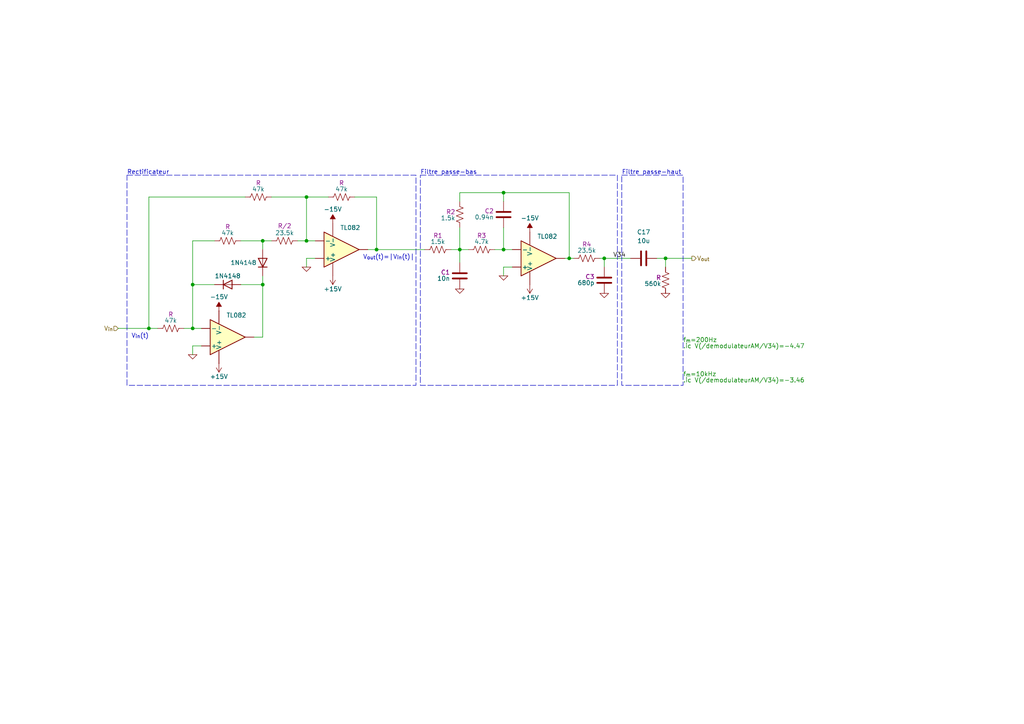
<source format=kicad_sch>
(kicad_sch (version 20250114) (generator "eeschema") (generator_version "9.0")
  (paper "A4")
  (title_block (title "Démodulateur AM"))
  (lib_symbols
    (symbol "Device:C" (pin_numbers (hide yes)) (pin_names (offset 0.254))
      (property "Reference" "C" (at 0.635 2.54 0))
      (property "Value" "C" (at 0.635 -2.54 0))
      (symbol "C_0_1"
        (polyline (pts (xy -2.032 0.762) (xy 2.032 0.762)) (stroke (width 0.508)))
        (polyline (pts (xy -2.032 -0.762) (xy 2.032 -0.762)) (stroke (width 0.508)))
      )
      (symbol "C_1_1"
        (pin passive line (at 0 3.81 270) (length 2.794) (name "~") (number "1"))
        (pin passive line (at 0 -3.81 90) (length 2.794) (name "~") (number "2"))
      )
    )
    (symbol "Device:D" (pin_numbers (hide yes)) (pin_names (offset 1.016) (hide yes))
      (property "Reference" "D" (at 0 2.54 0))
      (property "Value" "D" (at 0 -2.54 0))
      (symbol "D_0_1"
        (polyline (pts (xy -1.27 1.27) (xy -1.27 -1.27)) (stroke (width 0.254)))
        (polyline (pts (xy 1.27 1.27) (xy 1.27 -1.27) (xy -1.27 0) (xy 1.27 1.27)) (stroke (width 0.254)))
        (polyline (pts (xy 1.27 0) (xy -1.27 0)))
      )
      (symbol "D_1_1"
        (pin passive line (at -3.81 0 0) (length 2.54) (name "K") (number "1"))
        (pin passive line (at 3.81 0 180) (length 2.54) (name "A") (number "2"))
      )
    )
    (symbol "Device:R_US" (pin_numbers (hide yes)) (pin_names (offset 0))
      (property "Reference" "R" (at 2.54 0 90))
      (property "Value" "R_US" (at -2.54 0 90))
      (symbol "R_US_0_1"
        (polyline (pts (xy 0 2.286) (xy 0 2.54)))
        (polyline (pts (xy 0 2.286) (xy 1.016 1.905) (xy 0 1.524) (xy -1.016 1.143) (xy 0 0.762)))
        (polyline (pts (xy 0 0.762) (xy 1.016 0.381) (xy 0 0) (xy -1.016 -0.381) (xy 0 -0.762)))
        (polyline (pts (xy 0 -0.762) (xy 1.016 -1.143) (xy 0 -1.524) (xy -1.016 -1.905) (xy 0 -2.286)))
        (polyline (pts (xy 0 -2.286) (xy 0 -2.54)))
      )
      (symbol "R_US_1_1"
        (pin passive line (at 0 3.81 270) (length 1.27) (name "~") (number "1"))
        (pin passive line (at 0 -3.81 90) (length 1.27) (name "~") (number "2"))
      )
    )
    (symbol "OPAMP_1" (pin_numbers (hide yes)) (pin_names (offset 0.254))
      (property "Reference" "U" (at 3.81 3.175 0))
      (property "Value" "${SIM.PARAMS}" (at 3.81 -3.175 0))
      (symbol "OPAMP_1_0_1"
        (polyline (pts (xy 5.08 0) (xy -5.08 5.08) (xy -5.08 -5.08) (xy 5.08 0)) (stroke (width 0.254)) (fill (type background)))
      )
      (symbol "OPAMP_1_1_1"
        (pin input line (at -7.62 2.54 0) (length 2.54) (name "+") (number "1"))
        (pin input line (at -7.62 -2.54 0) (length 2.54) (name "-") (number "2"))
        (pin power_in line (at -2.54 7.62 270) (length 3.81) (name "V+") (number "3"))
        (pin power_in line (at -2.54 -7.62 90) (length 3.81) (name "V-") (number "4"))
        (pin output line (at 7.62 0 180) (length 2.54) (name "~") (number "5"))
      )
    )
    (symbol "OPAMP_2" (pin_numbers (hide yes)) (pin_names (offset 0.254))
      (property "Reference" "U" (at 3.81 3.175 0))
      (property "Value" "${SIM.PARAMS}" (at 3.81 -3.175 0))
      (symbol "OPAMP_2_0_1"
        (polyline (pts (xy 5.08 0) (xy -5.08 5.08) (xy -5.08 -5.08) (xy 5.08 0)) (stroke (width 0.254)) (fill (type background)))
      )
      (symbol "OPAMP_2_1_1"
        (pin input line (at -7.62 2.54 0) (length 2.54) (name "+") (number "1"))
        (pin input line (at -7.62 -2.54 0) (length 2.54) (name "-") (number "2"))
        (pin power_in line (at -2.54 7.62 270) (length 3.81) (name "V+") (number "3"))
        (pin power_in line (at -2.54 -7.62 90) (length 3.81) (name "V-") (number "4"))
        (pin output line (at 7.62 0 180) (length 2.54) (name "~") (number "5"))
      )
    )
    (symbol "Simulation_SPICE:0" (power) (pin_numbers (hide yes)) (pin_names (offset 0) (hide yes))
      (property "Value" "0" (at 0 -2.54 0))
      (symbol "0_0_1"
        (polyline (pts (xy -1.27 0) (xy 0 -1.27) (xy 1.27 0) (xy -1.27 0)))
      )
      (symbol "0_1_1"
        (pin power_in line (at 0 0 0) (length 0) (name "~") (number "1"))
      )
    )
    (symbol "Simulation_SPICE:OPAMP" (pin_numbers (hide yes)) (pin_names (offset 0.254))
      (property "Reference" "U" (at 3.81 3.175 0))
      (property "Value" "${SIM.PARAMS}" (at 3.81 -3.175 0))
      (symbol "OPAMP_0_1"
        (polyline (pts (xy 5.08 0) (xy -5.08 5.08) (xy -5.08 -5.08) (xy 5.08 0)) (stroke (width 0.254)) (fill (type background)))
      )
      (symbol "OPAMP_1_1"
        (pin input line (at -7.62 2.54 0) (length 2.54) (name "+") (number "1"))
        (pin input line (at -7.62 -2.54 0) (length 2.54) (name "-") (number "2"))
        (pin power_in line (at -2.54 7.62 270) (length 3.81) (name "V+") (number "3"))
        (pin power_in line (at -2.54 -7.62 90) (length 3.81) (name "V-") (number "4"))
        (pin output line (at 7.62 0 180) (length 2.54) (name "~") (number "5"))
      )
    )
    (symbol "power:+15V" (power) (pin_numbers (hide yes)) (pin_names (offset 0) (hide yes))
      (property "Value" "+15V" (at 0 3.556 0))
      (symbol "+15V_0_1"
        (polyline (pts (xy -0.762 1.27) (xy 0 2.54)))
        (polyline (pts (xy 0 2.54) (xy 0.762 1.27)))
        (polyline (pts (xy 0 0) (xy 0 2.54)))
      )
      (symbol "+15V_1_1"
        (pin power_in line (at 0 0 90) (length 0) (name "~") (number "1"))
      )
    )
    (symbol "power:-15V" (power) (pin_numbers (hide yes)) (pin_names (offset 0) (hide yes))
      (property "Value" "-15V" (at 0 3.556 0))
      (symbol "-15V_0_0"
        (pin power_in line (at 0 0 90) (length 0) (name "~") (number "1"))
      )
      (symbol "-15V_0_1"
        (polyline (pts (xy 0 0) (xy 0 1.27) (xy 0.762 1.27) (xy 0 2.54) (xy -0.762 1.27) (xy 0 1.27)) (fill (type outline)))
      )
    )
  )
  (rectangle (start 121.92 50.8) (end 179.07 111.76) (stroke (width 0) (type dash)))
  (rectangle (start 180.34 50.8) (end 198.12 111.76) (stroke (width 0) (type dash)))
  (rectangle (start 36.83 50.8) (end 120.65 111.76) (stroke (width 0) (type dash)))
  (text ".ic V(/demodulateurAM/V34)=-4.47" (exclude_from_sim yes) (at 198.12 100.584 0) (effects (font (size 1.27 1.27)) (justify left)))
  (text "Filtre passe-haut" (at 180.34 50.8 0) (effects (font (size 1.27 1.27)) (justify left bottom)))
  (text "V_{out}(t)=|V_{in}(t)|" (at 112.776 74.676 0) (effects (font (size 1.27 1.27))))
  (text "Filtre passe-bas" (at 121.92 50.8 0) (effects (font (size 1.27 1.27)) (justify left bottom)))
  (text ".ic V(/demodulateurAM/V34)=-3.46" (exclude_from_sim yes) (at 198.12 110.49 0) (effects (font (size 1.27 1.27)) (justify left)))
  (text "f_{m}=200Hz" (exclude_from_sim yes) (at 198.12 98.806 0) (effects (font (size 1.27 1.27)) (justify left)))
  (text "Rectificateur" (at 36.83 50.8 0) (effects (font (size 1.27 1.27)) (justify left bottom)))
  (text "f_{m}=10kHz" (exclude_from_sim yes) (at 198.12 108.712 0) (effects (font (size 1.27 1.27)) (justify left)))
  (text "V_{in}(t)" (at 40.64 97.536 0) (effects (font (size 1.27 1.27))))
  (junction (at 55.88 95.25))
  (junction (at 146.05 72.39))
  (junction (at 76.2 82.55))
  (junction (at 109.22 72.39))
  (junction (at 133.35 72.39))
  (junction (at 43.18 95.25))
  (junction (at 76.2 69.85))
  (junction (at 88.9 57.15))
  (junction (at 193.04 74.93))
  (junction (at 55.88 82.55))
  (junction (at 146.05 55.88))
  (junction (at 165.1 74.93))
  (junction (at 175.26 74.93))
  (junction (at 88.9 69.85))
  (wire (pts (xy 53.34 95.25) (xy 55.88 95.25)))
  (wire (pts (xy 88.9 57.15) (xy 88.9 69.85)))
  (wire (pts (xy 163.83 74.93) (xy 165.1 74.93)))
  (wire (pts (xy 55.88 69.85) (xy 55.88 82.55)))
  (wire (pts (xy 146.05 72.39) (xy 148.59 72.39)))
  (wire (pts (xy 165.1 55.88) (xy 165.1 74.93)))
  (wire (pts (xy 133.35 72.39) (xy 133.35 76.2)))
  (wire (pts (xy 88.9 57.15) (xy 95.25 57.15)))
  (wire (pts (xy 76.2 82.55) (xy 76.2 97.79)))
  (wire (pts (xy 133.35 55.88) (xy 146.05 55.88)))
  (wire (pts (xy 146.05 55.88) (xy 165.1 55.88)))
  (wire (pts (xy 109.22 72.39) (xy 109.22 57.15)))
  (wire (pts (xy 146.05 55.88) (xy 146.05 58.42)))
  (wire (pts (xy 91.44 69.85) (xy 88.9 69.85)))
  (wire (pts (xy 78.74 57.15) (xy 88.9 57.15)))
  (wire (pts (xy 106.68 72.39) (xy 109.22 72.39)))
  (wire (pts (xy 76.2 80.01) (xy 76.2 82.55)))
  (wire (pts (xy 135.89 72.39) (xy 133.35 72.39)))
  (wire (pts (xy 109.22 72.39) (xy 123.19 72.39)))
  (wire (pts (xy 58.42 95.25) (xy 55.88 95.25)))
  (wire (pts (xy 109.22 57.15) (xy 102.87 57.15)))
  (wire (pts (xy 76.2 69.85) (xy 78.74 69.85)))
  (wire (pts (xy 193.04 74.93) (xy 193.04 77.47)))
  (wire (pts (xy 69.85 82.55) (xy 76.2 82.55)))
  (wire (pts (xy 146.05 77.47) (xy 146.05 80.01)))
  (wire (pts (xy 165.1 74.93) (xy 166.37 74.93)))
  (wire (pts (xy 148.59 77.47) (xy 146.05 77.47)))
  (wire (pts (xy 133.35 72.39) (xy 130.81 72.39)))
  (wire (pts (xy 69.85 69.85) (xy 76.2 69.85)))
  (wire (pts (xy 73.66 97.79) (xy 76.2 97.79)))
  (wire (pts (xy 55.88 82.55) (xy 55.88 95.25)))
  (wire (pts (xy 190.5 74.93) (xy 193.04 74.93)))
  (wire (pts (xy 133.35 72.39) (xy 133.35 66.04)))
  (wire (pts (xy 200.66 74.93) (xy 193.04 74.93)))
  (wire (pts (xy 91.44 74.93) (xy 88.9 74.93)))
  (wire (pts (xy 45.72 95.25) (xy 43.18 95.25)))
  (wire (pts (xy 55.88 100.33) (xy 55.88 102.87)))
  (wire (pts (xy 76.2 69.85) (xy 76.2 72.39)))
  (wire (pts (xy 71.12 57.15) (xy 43.18 57.15)))
  (wire (pts (xy 175.26 74.93) (xy 182.88 74.93)))
  (wire (pts (xy 58.42 100.33) (xy 55.88 100.33)))
  (wire (pts (xy 133.35 58.42) (xy 133.35 55.88)))
  (wire (pts (xy 86.36 69.85) (xy 88.9 69.85)))
  (wire (pts (xy 62.23 69.85) (xy 55.88 69.85)))
  (wire (pts (xy 43.18 57.15) (xy 43.18 95.25)))
  (wire (pts (xy 143.51 72.39) (xy 146.05 72.39)))
  (wire (pts (xy 55.88 82.55) (xy 62.23 82.55)))
  (wire (pts (xy 146.05 66.04) (xy 146.05 72.39)))
  (wire (pts (xy 173.99 74.93) (xy 175.26 74.93)))
  (wire (pts (xy 175.26 74.93) (xy 175.26 77.47)))
  (wire (pts (xy 88.9 74.93) (xy 88.9 77.47)))
  (wire (pts (xy 34.29 95.25) (xy 43.18 95.25)))
  (label "V34" (at 177.8 74.93 0))
  (hierarchical_label "V_{in}" (shape input) (at 34.29 95.25 180))
  (hierarchical_label "V_{out}" (shape output) (at 200.66 74.93 0))
  (symbol (lib_id "Simulation_SPICE:0") (at 133.35 83.82 0) (unit 1)
    (property "Reference" "#GND020" (effects (hide yes)))
    (property "Value" "0" (effects (hide yes)))
    (property "Datasheet" "https://ngspice.sourceforge.io/docs/ngspice-html-manual/manual.xhtml#subsec_Circuit_elements__device" (effects (hide yes)))
    (property "Description" "0V reference potential for simulation" (effects (hide yes)))
  )
  (symbol (lib_id "Simulation_SPICE:0") (at 146.05 80.01 0) (unit 1)
    (property "Reference" "#GND031" (effects (hide yes)))
    (property "Value" "0" (effects (hide yes)))
    (property "Datasheet" "https://ngspice.sourceforge.io/docs/ngspice-html-manual/manual.xhtml#subsec_Circuit_elements__device" (effects (hide yes)))
    (property "Description" "0V reference potential for simulation" (effects (hide yes)))
  )
  (symbol (lib_id "Device:R_US") (at 127 72.39 90) (unit 1)
    (property "Reference" "R29" (effects (hide yes)))
    (property "Value" "1.5k" (at 127 70.104 90))
    (property "Description" "Resistor, US symbol" (effects (hide yes)))
    (property "Ref.Alt" "R1" (at 127 68.326 90))
  )
  (symbol (lib_id "Device:R_US") (at 49.53 95.25 90) (unit 1)
    (property "Reference" "R24" (effects (hide yes)))
    (property "Value" "47k" (at 49.53 92.964 90))
    (property "Description" "Resistor, US symbol" (effects (hide yes)))
    (property "Ref.Alt" "R" (at 49.53 91.186 90))
  )
  (symbol (lib_id "Device:R_US") (at 193.04 81.28 180) (unit 1)
    (property "Reference" "R49" (effects (hide yes)))
    (property "Value" "560k" (at 191.77 82.296 0) (effects (justify left)))
    (property "Description" "Resistor, US symbol" (effects (hide yes)))
    (property "Ref.Alt" "R" (at 191.77 80.518 0) (effects (justify left)))
  )
  (symbol (lib_id "Device:R_US") (at 66.04 69.85 90) (unit 1)
    (property "Reference" "R25" (effects (hide yes)))
    (property "Value" "47k" (at 66.04 67.564 90))
    (property "Description" "Resistor, US symbol" (effects (hide yes)))
    (property "Ref.Alt" "R" (at 66.04 65.786 90))
  )
  (symbol (lib_id "power:+15V") (at 153.67 82.55 180) (unit 1)
    (property "Reference" "#PWR030" (effects (hide yes)))
    (property "Value" "+15V" (at 153.67 86.36 0))
    (property "Description" "Power symbol creates a global label with name \"+15V\"" (effects (hide yes)))
  )
  (symbol (lib_id "Device:D") (at 76.2 76.2 90) (unit 1)
    (property "Reference" "D2" (effects (hide yes)))
    (property "Value" "1N4148" (at 74.422 76.2 90) (effects (justify left)))
    (property "Description" "Diode" (effects (hide yes)))
    (property "Sim.Library" "1N4148.mod" (effects (hide yes)))
    (property "Sim.Device" "D" (effects (hide yes)))
    (property "Sim.Pins" "1=K 2=A" (effects (hide yes)))
    (property "Sim.Name" "D1N4148" (effects (hide yes)))
  )
  (symbol (lib_id "Device:D") (at 66.04 82.55 0) (unit 1)
    (property "Reference" "D1" (effects (hide yes)))
    (property "Value" "1N4148" (at 66.04 80.772 0) (effects (justify bottom)))
    (property "Description" "Diode" (effects (hide yes)))
    (property "Sim.Library" "1N4148.mod" (effects (hide yes)))
    (property "Sim.Device" "D" (effects (hide yes)))
    (property "Sim.Pins" "1=K 2=A" (effects (hide yes)))
    (property "Sim.Name" "D1N4148" (effects (hide yes)))
  )
  (symbol (lib_id "Device:R_US") (at 139.7 72.39 90) (unit 1)
    (property "Reference" "R30" (effects (hide yes)))
    (property "Value" "4.7k" (at 139.7 70.104 90))
    (property "Description" "Resistor, US symbol" (effects (hide yes)))
    (property "Ref.Alt" "R3" (at 139.7 68.326 90))
  )
  (symbol (lib_id "Device:R_US") (at 82.55 69.85 90) (unit 1)
    (property "Reference" "R27" (effects (hide yes)))
    (property "Value" "23.5k" (at 82.55 67.564 90))
    (property "Description" "Resistor, US symbol" (effects (hide yes)))
    (property "Ref.Alt" "R/2" (at 82.55 65.532 90))
  )
  (symbol (lib_id "power:+15V") (at 96.52 80.01 180) (unit 1)
    (property "Reference" "#PWR029" (effects (hide yes)))
    (property "Value" "+15V" (at 96.52 83.82 0))
    (property "Description" "Power symbol creates a global label with name \"+15V\"" (effects (hide yes)))
  )
  (symbol (lib_id "Device:R_US") (at 99.06 57.15 90) (unit 1)
    (property "Reference" "R28" (effects (hide yes)))
    (property "Value" "47k" (at 99.06 54.864 90))
    (property "Description" "Resistor, US symbol" (effects (hide yes)))
    (property "Ref.Alt" "R" (at 99.06 53.086 90))
  )
  (symbol (lib_id "Device:R_US") (at 133.35 62.23 180) (unit 1)
    (property "Reference" "R47" (effects (hide yes)))
    (property "Value" "1.5k" (at 132.08 63.246 0) (effects (justify left)))
    (property "Description" "Resistor, US symbol" (effects (hide yes)))
    (property "Ref.Alt" "R2" (at 132.08 61.468 0) (effects (justify left)))
  )
  (symbol (lib_name "OPAMP_1") (lib_id "Simulation_SPICE:OPAMP") (at 156.21 74.93 0) (mirror x) (unit 1)
    (property "Reference" "U14" (effects (hide yes)))
    (property "Value" "TL082" (at 155.8133 68.58 0) (effects (justify left)))
    (property "Datasheet" "https://ngspice.sourceforge.io/docs/ngspice-html-manual/manual.xhtml#sec__SUBCKT_Subcircuits" (effects (hide yes)))
    (property "Description" "Operational amplifier, single" (effects (hide yes)))
    (property "Sim.Pins" "1=1 2=2 3=3 4=4 5=5" (effects (hide yes)))
    (property "Sim.Device" "SUBCKT" (effects (hide yes)))
    (property "Sim.Library" "TL082.MOD" (effects (hide yes)))
    (property "Sim.Name" "TL082" (effects (hide yes)))
  )
  (symbol (lib_id "Simulation_SPICE:0") (at 193.04 85.09 0) (unit 1)
    (property "Reference" "#GND033" (effects (hide yes)))
    (property "Value" "0" (effects (hide yes)))
    (property "Datasheet" "https://ngspice.sourceforge.io/docs/ngspice-html-manual/manual.xhtml#subsec_Circuit_elements__device" (effects (hide yes)))
    (property "Description" "0V reference potential for simulation" (effects (hide yes)))
  )
  (symbol (lib_id "Simulation_SPICE:0") (at 175.26 85.09 0) (unit 1)
    (property "Reference" "#GND032" (effects (hide yes)))
    (property "Value" "0" (effects (hide yes)))
    (property "Datasheet" "https://ngspice.sourceforge.io/docs/ngspice-html-manual/manual.xhtml#subsec_Circuit_elements__device" (effects (hide yes)))
    (property "Description" "0V reference potential for simulation" (effects (hide yes)))
  )
  (symbol (lib_id "Simulation_SPICE:OPAMP") (at 66.04 97.79 0) (mirror x) (unit 1)
    (property "Reference" "U12" (effects (hide yes)))
    (property "Value" "TL082" (at 65.6433 91.44 0) (effects (justify left)))
    (property "Datasheet" "https://ngspice.sourceforge.io/docs/ngspice-html-manual/manual.xhtml#sec__SUBCKT_Subcircuits" (effects (hide yes)))
    (property "Description" "Operational amplifier, single" (effects (hide yes)))
    (property "Sim.Pins" "1=1 2=2 3=3 4=4 5=5" (effects (hide yes)))
    (property "Sim.Device" "SUBCKT" (effects (hide yes)))
    (property "Sim.Library" "TL082.MOD" (effects (hide yes)))
    (property "Sim.Name" "TL082" (effects (hide yes)))
  )
  (symbol (lib_id "power:+15V") (at 63.5 105.41 180) (unit 1)
    (property "Reference" "#PWR027" (effects (hide yes)))
    (property "Value" "+15V" (at 63.5 109.22 0))
    (property "Description" "Power symbol creates a global label with name \"+15V\"" (effects (hide yes)))
  )
  (symbol (lib_id "Device:C") (at 186.69 74.93 90) (unit 1)
    (property "Reference" "C17" (at 186.69 67.31 90))
    (property "Value" "10u" (at 186.69 69.85 90))
    (property "Description" "Unpolarized capacitor" (effects (hide yes)))
  )
  (symbol (lib_id "Device:R_US") (at 74.93 57.15 90) (unit 1)
    (property "Reference" "R26" (effects (hide yes)))
    (property "Value" "47k" (at 74.93 54.864 90))
    (property "Description" "Resistor, US symbol" (effects (hide yes)))
    (property "Ref.Alt" "R" (at 74.93 53.086 90))
  )
  (symbol (lib_id "Device:C") (at 133.35 80.01 0) (mirror y) (unit 1)
    (property "Reference" "C8" (effects (hide yes)))
    (property "Value" "10n" (at 130.556 80.772 0) (effects (justify left)))
    (property "Description" "Unpolarized capacitor" (effects (hide yes)))
    (property "Ref.Alt" "C1" (at 130.556 78.994 0) (effects (justify left)))
  )
  (symbol (lib_id "Simulation_SPICE:0") (at 55.88 102.87 0) (unit 1)
    (property "Reference" "#GND018" (effects (hide yes)))
    (property "Value" "0" (effects (hide yes)))
    (property "Datasheet" "https://ngspice.sourceforge.io/docs/ngspice-html-manual/manual.xhtml#subsec_Circuit_elements__device" (effects (hide yes)))
    (property "Description" "0V reference potential for simulation" (effects (hide yes)))
  )
  (symbol (lib_name "OPAMP_2") (lib_id "Simulation_SPICE:OPAMP") (at 99.06 72.39 0) (mirror x) (unit 1)
    (property "Reference" "U13" (effects (hide yes)))
    (property "Value" "TL082" (at 98.6633 66.04 0) (effects (justify left)))
    (property "Datasheet" "https://ngspice.sourceforge.io/docs/ngspice-html-manual/manual.xhtml#sec__SUBCKT_Subcircuits" (effects (hide yes)))
    (property "Description" "Operational amplifier, single" (effects (hide yes)))
    (property "Sim.Pins" "1=1 2=2 3=3 4=4 5=5" (effects (hide yes)))
    (property "Sim.Device" "SUBCKT" (effects (hide yes)))
    (property "Sim.Library" "TL082.MOD" (effects (hide yes)))
    (property "Sim.Name" "TL082" (effects (hide yes)))
  )
  (symbol (lib_id "Device:C") (at 146.05 62.23 0) (mirror y) (unit 1)
    (property "Reference" "C9" (effects (hide yes)))
    (property "Value" "0.94n" (at 143.256 62.992 0) (effects (justify left)))
    (property "Description" "Unpolarized capacitor" (effects (hide yes)))
    (property "Ref.Alt" "C2" (at 143.256 61.214 0) (effects (justify left)))
  )
  (symbol (lib_id "Device:R_US") (at 170.18 74.93 90) (unit 1)
    (property "Reference" "R48" (effects (hide yes)))
    (property "Value" "23.5k" (at 170.18 72.644 90))
    (property "Description" "Resistor, US symbol" (effects (hide yes)))
    (property "Ref.Alt" "R4" (at 170.18 70.866 90))
  )
  (symbol (lib_id "power:-15V") (at 153.67 67.31 0) (unit 1)
    (property "Reference" "#PWR031" (effects (hide yes)))
    (property "Value" "-15V" (at 153.67 63.246 0))
    (property "Description" "Power symbol creates a global label with name \"-15V\"" (effects (hide yes)))
  )
  (symbol (lib_id "Device:C") (at 175.26 81.28 0) (mirror y) (unit 1)
    (property "Reference" "C16" (effects (hide yes)))
    (property "Value" "680p" (at 172.466 82.042 0) (effects (justify left)))
    (property "Description" "Unpolarized capacitor" (effects (hide yes)))
    (property "Ref.Alt" "C3" (at 172.466 80.264 0) (effects (justify left)))
  )
  (symbol (lib_id "power:-15V") (at 96.52 64.77 0) (unit 1)
    (property "Reference" "#PWR028" (effects (hide yes)))
    (property "Value" "-15V" (at 96.52 60.706 0))
    (property "Description" "Power symbol creates a global label with name \"-15V\"" (effects (hide yes)))
  )
  (symbol (lib_id "Simulation_SPICE:0") (at 88.9 77.47 0) (unit 1)
    (property "Reference" "#GND019" (effects (hide yes)))
    (property "Value" "0" (effects (hide yes)))
    (property "Datasheet" "https://ngspice.sourceforge.io/docs/ngspice-html-manual/manual.xhtml#subsec_Circuit_elements__device" (effects (hide yes)))
    (property "Description" "0V reference potential for simulation" (effects (hide yes)))
  )
  (symbol (lib_id "power:-15V") (at 63.5 90.17 0) (unit 1)
    (property "Reference" "#PWR026" (effects (hide yes)))
    (property "Value" "-15V" (at 63.5 86.106 0))
    (property "Description" "Power symbol creates a global label with name \"-15V\"" (effects (hide yes)))
  )
)
</source>
